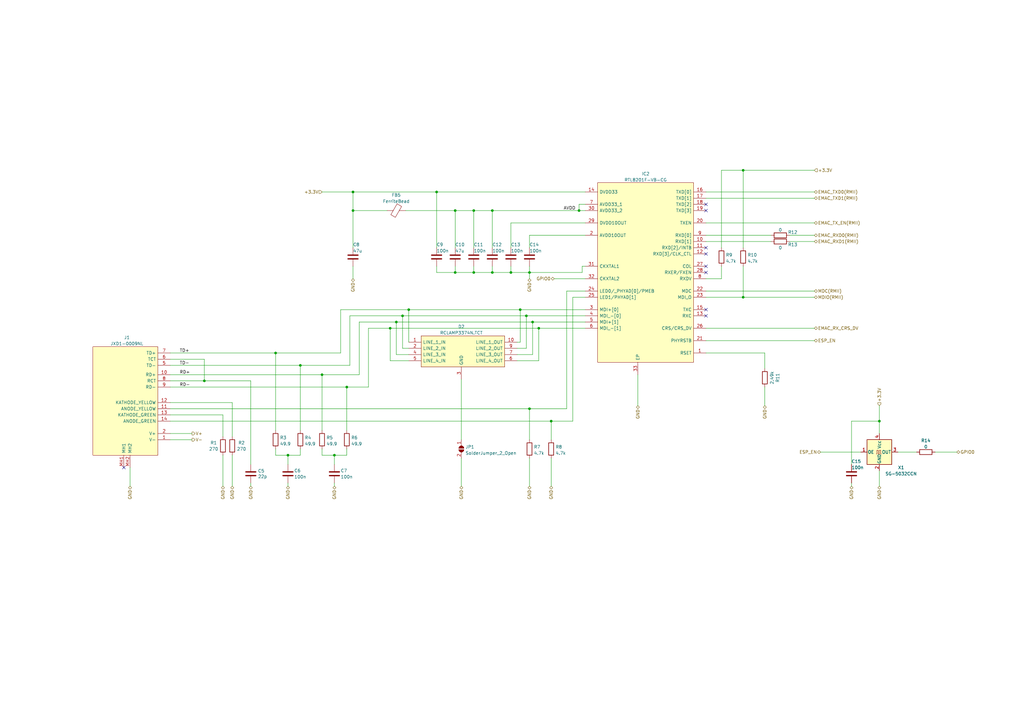
<source format=kicad_sch>
(kicad_sch (version 20230121) (generator eeschema)
  (paper "A3")
  (lib_symbols
    (symbol "Device:C" (pin_numbers hide) (pin_names (offset 0.254))
      (property "Reference" "C" (at 0.635 2.54 0))
      (property "Value" "C" (at 0.635 -2.54 0))
      (symbol "C_0_1"
        (polyline (pts (xy -2.032 -0.762) (xy 2.032 -0.762)) (stroke (width 0.508)))
        (polyline (pts (xy -2.032 0.762) (xy 2.032 0.762)) (stroke (width 0.508)))
      )
      (symbol "C_1_1"
        (pin passive line (at 0 3.81 270) (length 2.794) (name "~") (number "1"))
        (pin passive line (at 0 -3.81 90) (length 2.794) (name "~") (number "2"))
      )
    )
    (symbol "Device:FerriteBead" (pin_numbers hide) (pin_names (offset 0))
      (property "Reference" "FB" (at -3.81 0.635 90))
      (property "Value" "FerriteBead" (at 3.81 0 90))
      (symbol "FerriteBead_0_1"
        (polyline (pts (xy 0 -1.27) (xy 0 -1.2192)))
        (polyline (pts (xy 0 1.27) (xy 0 1.2954)))
        (polyline (pts (xy -2.7686 0.4064) (xy -1.7018 2.2606) (xy 2.7686 -0.3048) (xy 1.6764 -2.159) (xy -2.7686 0.4064)))
      )
      (symbol "FerriteBead_1_1"
        (pin passive line (at 0 3.81 270) (length 2.54) (name "~") (number "1"))
        (pin passive line (at 0 -3.81 90) (length 2.54) (name "~") (number "2"))
      )
    )
    (symbol "Device:R" (pin_numbers hide) (pin_names (offset 0))
      (property "Reference" "R" (at 2.032 0 90))
      (property "Value" "R" (at 0 0 90))
      (symbol "R_0_1"
        (rectangle (start -1.016 -2.54) (end 1.016 2.54) (stroke (width 0.254)))
      )
      (symbol "R_1_1"
        (pin passive line (at 0 3.81 270) (length 1.27) (name "~") (number "1"))
        (pin passive line (at 0 -3.81 90) (length 1.27) (name "~") (number "2"))
      )
    )
    (symbol "Jumper:SolderJumper_2_Open" (pin_names (offset 0) hide)
      (property "Reference" "JP" (at 0 2.032 0))
      (property "Value" "SolderJumper_2_Open" (at 0 -2.54 0))
      (symbol "SolderJumper_2_Open_0_1"
        (arc (start -0.254 1.016) (mid -1.2656 0) (end -0.254 -1.016))
        (arc (start -0.254 1.016) (mid -1.2656 0) (end -0.254 -1.016) (fill (type outline)))
        (polyline (pts (xy -0.254 1.016) (xy -0.254 -1.016)))
        (polyline (pts (xy 0.254 1.016) (xy 0.254 -1.016)))
        (arc (start 0.254 -1.016) (mid 1.2656 0) (end 0.254 1.016))
        (arc (start 0.254 -1.016) (mid 1.2656 0) (end 0.254 1.016) (fill (type outline)))
      )
      (symbol "SolderJumper_2_Open_1_1"
        (pin passive line (at -3.81 0 0) (length 2.54) (name "A") (number "1"))
        (pin passive line (at 3.81 0 180) (length 2.54) (name "B") (number "2"))
      )
    )
    (symbol "Oscillator:SG-5032CCN" (pin_names (offset 0.254))
      (property "Reference" "X" (at -5.08 6.35 0))
      (property "Value" "SG-5032CCN" (at 1.27 -6.35 0))
      (symbol "SG-5032CCN_0_1"
        (rectangle (start -5.08 5.08) (end 5.08 -5.08) (stroke (width 0.254)) (fill (type background)))
        (polyline (pts (xy -1.27 -0.762) (xy -1.016 -0.762) (xy -1.016 0.762) (xy -0.508 0.762) (xy -0.508 -0.762) (xy 0 -0.762) (xy 0 0.762) (xy 0.508 0.762) (xy 0.508 -0.762) (xy 0.762 -0.762)))
      )
      (symbol "SG-5032CCN_1_1"
        (pin input line (at -7.62 0 0) (length 2.54) (name "OE") (number "1"))
        (pin power_in line (at 0 -7.62 90) (length 2.54) (name "GND") (number "2"))
        (pin output line (at 7.62 0 180) (length 2.54) (name "OUT") (number "3"))
        (pin power_in line (at 0 7.62 270) (length 2.54) (name "Vcc") (number "4"))
      )
    )
    (symbol "general:JXD1-0009NL" (pin_names (offset 0.762))
      (property "Reference" "J" (at 0 26.67 0))
      (property "Value" "JXD1-0009NL" (at -6.35 24.13 0))
      (symbol "JXD1-0009NL_0_0"
        (pin passive line (at 17.78 -16.51 180) (length 5.08) (name "V-") (number "1"))
        (pin passive line (at 17.78 10.16 180) (length 5.08) (name "RD+") (number "10"))
        (pin passive line (at 17.78 -3.81 180) (length 5.08) (name "ANODE_YELLOW") (number "11"))
        (pin passive line (at 17.78 -1.27 180) (length 5.08) (name "KATHODE_YELLOW") (number "12"))
        (pin passive line (at 17.78 -6.35 180) (length 5.08) (name "KATHODE_GREEN") (number "13"))
        (pin passive line (at 17.78 -8.89 180) (length 5.08) (name "ANODE_GREEN") (number "14"))
        (pin passive line (at 17.78 -13.97 180) (length 5.08) (name "V+") (number "2"))
        (pin passive line (at 17.78 13.97 180) (length 5.08) (name "TD-") (number "5"))
        (pin passive line (at 17.78 16.51 180) (length 5.08) (name "TCT") (number "6"))
        (pin passive line (at 17.78 19.05 180) (length 5.08) (name "TD+") (number "7"))
        (pin passive line (at 17.78 7.62 180) (length 5.08) (name "RCT") (number "8"))
        (pin passive line (at 17.78 5.08 180) (length 5.08) (name "RD-") (number "9"))
        (pin passive line (at -1.27 -27.94 90) (length 5.08) (name "MH1") (number "MH1"))
        (pin passive line (at 1.27 -27.94 90) (length 5.08) (name "MH2") (number "MH2"))
      )
      (symbol "JXD1-0009NL_0_1"
        (polyline (pts (xy -13.97 21.59) (xy 12.7 21.59) (xy 12.7 -22.86) (xy -13.97 -22.86) (xy -13.97 21.59)) (stroke (width 0.1524)) (fill (type background)))
      )
    )
    (symbol "general:RCLAMP3374N.TCT" (pin_names (offset 0.762))
      (property "Reference" "D" (at -0.635 10.16 0))
      (property "Value" "RCLAMP3374N.TCT" (at -8.255 7.62 0))
      (symbol "RCLAMP3374N.TCT_0_0"
        (pin passive line (at -21.59 3.81 0) (length 5.08) (name "LINE_1_IN") (number "1"))
        (pin passive line (at 22.86 3.81 180) (length 5.08) (name "LINE_1_OUT") (number "10"))
        (pin no_connect line (at 1.905 -11.43 90) (length 5.08) hide (name "GND") (number "11"))
        (pin passive line (at 0 -11.43 90) (length 5.08) hide (name "GND") (number "12"))
        (pin no_connect line (at -1.905 -11.43 90) (length 5.08) hide (name "GND") (number "13"))
        (pin passive line (at -21.59 1.27 0) (length 5.08) (name "LINE_2_IN") (number "2"))
        (pin passive line (at 0 -11.43 90) (length 5.08) (name "GND") (number "3"))
        (pin passive line (at -21.59 -1.27 0) (length 5.08) (name "LINE_3_IN") (number "4"))
        (pin passive line (at -21.59 -3.81 0) (length 5.08) (name "LINE_4_IN") (number "5"))
        (pin passive line (at 22.86 -3.81 180) (length 5.08) (name "LINE_4_OUT") (number "6"))
        (pin passive line (at 22.86 -1.27 180) (length 5.08) (name "LINE_3_OUT") (number "7"))
        (pin passive line (at 0 -11.43 90) (length 5.08) hide (name "GND") (number "8"))
        (pin passive line (at 22.86 1.27 180) (length 5.08) (name "LINE_2_OUT") (number "9"))
      )
      (symbol "RCLAMP3374N.TCT_0_1"
        (polyline (pts (xy -16.51 6.35) (xy 17.78 6.35) (xy 17.78 -6.35) (xy -16.51 -6.35) (xy -16.51 6.35)) (stroke (width 0.1524)) (fill (type background)))
      )
    )
    (symbol "general:RTL8201F-VB-CG" (pin_names (offset 0.762))
      (property "Reference" "IC" (at 39.37 34.29 0))
      (property "Value" "RTL8201F-VB-CG" (at 39.37 31.75 0))
      (symbol "RTL8201F-VB-CG_0_0"
        (pin passive line (at 27.94 -34.29 180) (length 5.08) (name "RSET") (number "1"))
        (pin passive line (at 27.94 11.43 180) (length 5.08) (name "RXD[1]") (number "10"))
        (pin passive line (at 27.94 8.89 180) (length 5.08) (name "RXD[2]/INTB") (number "11"))
        (pin passive line (at 27.94 6.35 180) (length 5.08) (name "RXD[3]/CLK_CTL") (number "12"))
        (pin passive line (at 27.94 -19.05 180) (length 5.08) (name "RXC") (number "13"))
        (pin passive line (at -21.59 31.75 0) (length 5.08) (name "DVDD33") (number "14"))
        (pin passive line (at 27.94 -16.51 180) (length 5.08) (name "TXC") (number "15"))
        (pin passive line (at 27.94 31.75 180) (length 5.08) (name "TXD[0]") (number "16"))
        (pin passive line (at 27.94 29.21 180) (length 5.08) (name "TXD[1]") (number "17"))
        (pin passive line (at 27.94 26.67 180) (length 5.08) (name "TXD[2]") (number "18"))
        (pin passive line (at 27.94 24.13 180) (length 5.08) (name "TXD[3]") (number "19"))
        (pin passive line (at -21.59 13.97 0) (length 5.08) (name "AVDD10OUT") (number "2"))
        (pin passive line (at 27.94 19.05 180) (length 5.08) (name "TXEN") (number "20"))
        (pin passive line (at 27.94 -29.21 180) (length 5.08) (name "PHYRSTB") (number "21"))
        (pin passive line (at 27.94 -8.89 180) (length 5.08) (name "MDC") (number "22"))
        (pin passive line (at 27.94 -11.43 180) (length 5.08) (name "MDI_O") (number "23"))
        (pin passive line (at -21.59 -8.89 0) (length 5.08) (name "LED0/_PHYAD[0]/PMEB") (number "24"))
        (pin passive line (at -21.59 -11.43 0) (length 5.08) (name "LED1/PHYAD[1]") (number "25"))
        (pin passive line (at 27.94 -24.13 180) (length 5.08) (name "CRS/CRS_DV") (number "26"))
        (pin passive line (at 27.94 1.27 180) (length 5.08) (name "COL") (number "27"))
        (pin passive line (at 27.94 -1.27 180) (length 5.08) (name "RXER/FXEN") (number "28"))
        (pin passive line (at -21.59 19.05 0) (length 5.08) (name "DVDD10OUT") (number "29"))
        (pin passive line (at -21.59 -16.51 0) (length 5.08) (name "MDI+[0]") (number "3"))
        (pin passive line (at -21.59 24.13 0) (length 5.08) (name "AVDD33_2") (number "30"))
        (pin passive line (at -21.59 1.27 0) (length 5.08) (name "CKXTAL1") (number "31"))
        (pin passive line (at -21.59 -3.81 0) (length 5.08) (name "CKXTAL2") (number "32"))
        (pin passive line (at 0 -43.18 90) (length 5.08) (name "EP") (number "33"))
        (pin passive line (at -21.59 -19.05 0) (length 5.08) (name "MDI_-[0]") (number "4"))
        (pin passive line (at -21.59 -21.59 0) (length 5.08) (name "MDI+[1]") (number "5"))
        (pin passive line (at -21.59 -24.13 0) (length 5.08) (name "MDI_-[1]") (number "6"))
        (pin passive line (at -21.59 26.67 0) (length 5.08) (name "AVDD33_1") (number "7"))
        (pin passive line (at 27.94 -3.81 180) (length 5.08) (name "RXDV") (number "8"))
        (pin passive line (at 27.94 13.97 180) (length 5.08) (name "RXD[0]") (number "9"))
      )
      (symbol "RTL8201F-VB-CG_0_1"
        (polyline (pts (xy -16.51 35.56) (xy 22.86 35.56) (xy 22.86 -38.1) (xy -16.51 -38.1) (xy -16.51 35.56)) (stroke (width 0.1524)) (fill (type background)))
      )
    )
  )
  (junction (at 186.69 86.36))
  (junction (at 237.49 86.36))
  (junction (at 160.02 134.62))
  (junction (at 226.06 172.72))
  (junction (at 304.8 121.92))
  (junction (at 167.64 127))
  (junction (at 186.69 111.76))
  (junction (at 118.11 186.69))
  (junction (at 304.8 69.85))
  (junction (at 132.08 153.67))
  (junction (at 217.17 111.76))
  (junction (at 137.16 186.69))
  (junction (at 144.78 78.74))
  (junction (at 215.9 129.54))
  (junction (at 165.1 129.54))
  (junction (at 217.17 167.64))
  (junction (at 83.82 156.21))
  (junction (at 201.93 111.76))
  (junction (at 220.98 134.62))
  (junction (at 113.03 144.78))
  (junction (at 218.44 132.08))
  (junction (at 209.55 111.76))
  (junction (at 213.36 127))
  (junction (at 360.68 172.72))
  (junction (at 194.31 111.76))
  (junction (at 201.93 86.36))
  (junction (at 194.31 86.36))
  (junction (at 179.07 78.74))
  (junction (at 123.19 149.86))
  (junction (at 144.78 86.36))
  (junction (at 142.24 158.75))
  (junction (at 162.56 132.08))
  (no_connect (at 50.8 191.77))
  (no_connect (at 289.56 101.6))
  (no_connect (at 289.56 104.14))
  (no_connect (at 289.56 129.54))
  (no_connect (at 289.56 127))
  (no_connect (at 289.56 109.22))
  (no_connect (at 289.56 111.76))
  (no_connect (at 289.56 83.82))
  (no_connect (at 289.56 86.36))
  (wire (pts (xy 142.24 186.69) (xy 142.24 184.15)))
  (wire (pts (xy 217.17 167.64) (xy 232.41 167.64)))
  (wire (pts (xy 69.85 165.1) (xy 95.25 165.1)))
  (wire (pts (xy 194.31 111.76) (xy 201.93 111.76)))
  (wire (pts (xy 147.32 132.08) (xy 147.32 153.67)))
  (wire (pts (xy 226.06 187.96) (xy 226.06 199.39)))
  (wire (pts (xy 304.8 69.85) (xy 334.01 69.85)))
  (wire (pts (xy 132.08 186.69) (xy 137.16 186.69)))
  (wire (pts (xy 360.68 166.37) (xy 360.68 172.72)))
  (wire (pts (xy 217.17 187.96) (xy 217.17 199.39)))
  (wire (pts (xy 217.17 111.76) (xy 217.17 114.3)))
  (wire (pts (xy 165.1 142.875) (xy 165.1 129.54)))
  (wire (pts (xy 201.93 86.36) (xy 201.93 101.6)))
  (wire (pts (xy 69.85 149.86) (xy 123.19 149.86)))
  (wire (pts (xy 167.64 147.955) (xy 160.02 147.955)))
  (wire (pts (xy 189.23 187.96) (xy 189.23 199.39)))
  (wire (pts (xy 132.08 153.67) (xy 147.32 153.67)))
  (wire (pts (xy 232.41 119.38) (xy 232.41 167.64)))
  (wire (pts (xy 142.24 158.75) (xy 142.24 176.53)))
  (wire (pts (xy 304.8 109.22) (xy 304.8 121.92)))
  (wire (pts (xy 217.17 111.76) (xy 238.76 111.76)))
  (wire (pts (xy 238.76 111.76) (xy 238.76 109.22)))
  (wire (pts (xy 226.06 172.72) (xy 234.95 172.72)))
  (wire (pts (xy 220.98 147.955) (xy 220.98 134.62)))
  (wire (pts (xy 113.03 186.69) (xy 118.11 186.69)))
  (wire (pts (xy 289.56 134.62) (xy 334.01 134.62)))
  (wire (pts (xy 69.85 172.72) (xy 226.06 172.72)))
  (wire (pts (xy 69.85 158.75) (xy 142.24 158.75)))
  (wire (pts (xy 217.17 109.22) (xy 217.17 111.76)))
  (wire (pts (xy 167.64 145.415) (xy 162.56 145.415)))
  (wire (pts (xy 102.87 198.12) (xy 102.87 199.39)))
  (wire (pts (xy 118.11 198.12) (xy 118.11 199.39)))
  (wire (pts (xy 102.87 156.21) (xy 102.87 190.5)))
  (wire (pts (xy 349.25 172.72) (xy 349.25 190.5)))
  (wire (pts (xy 186.69 109.22) (xy 186.69 111.76)))
  (wire (pts (xy 194.31 109.22) (xy 194.31 111.76)))
  (wire (pts (xy 349.25 198.12) (xy 349.25 199.39)))
  (wire (pts (xy 240.03 91.44) (xy 209.55 91.44)))
  (wire (pts (xy 179.07 111.76) (xy 186.69 111.76)))
  (wire (pts (xy 201.93 109.22) (xy 201.93 111.76)))
  (wire (pts (xy 217.17 167.64) (xy 217.17 180.34)))
  (wire (pts (xy 142.24 158.75) (xy 151.13 158.75)))
  (wire (pts (xy 323.85 96.52) (xy 334.01 96.52)))
  (wire (pts (xy 69.85 167.64) (xy 217.17 167.64)))
  (wire (pts (xy 123.19 149.86) (xy 123.19 176.53)))
  (wire (pts (xy 209.55 111.76) (xy 217.17 111.76)))
  (wire (pts (xy 144.78 78.74) (xy 179.07 78.74)))
  (wire (pts (xy 69.85 147.32) (xy 83.82 147.32)))
  (wire (pts (xy 144.78 78.74) (xy 144.78 86.36)))
  (wire (pts (xy 360.68 177.8) (xy 360.68 172.72)))
  (wire (pts (xy 289.56 139.7) (xy 334.01 139.7)))
  (wire (pts (xy 78.74 180.34) (xy 69.85 180.34)))
  (wire (pts (xy 360.68 193.04) (xy 360.68 199.39)))
  (wire (pts (xy 137.16 186.69) (xy 137.16 190.5)))
  (wire (pts (xy 186.69 86.36) (xy 194.31 86.36)))
  (wire (pts (xy 201.93 111.76) (xy 209.55 111.76)))
  (wire (pts (xy 53.34 191.77) (xy 53.34 199.39)))
  (wire (pts (xy 189.23 155.575) (xy 189.23 180.34)))
  (wire (pts (xy 289.56 114.3) (xy 295.91 114.3)))
  (wire (pts (xy 132.08 78.74) (xy 144.78 78.74)))
  (wire (pts (xy 123.19 149.86) (xy 143.51 149.86)))
  (wire (pts (xy 147.32 132.08) (xy 162.56 132.08)))
  (wire (pts (xy 360.68 172.72) (xy 349.25 172.72)))
  (wire (pts (xy 213.36 127) (xy 240.03 127)))
  (wire (pts (xy 212.09 145.415) (xy 218.44 145.415)))
  (wire (pts (xy 209.55 91.44) (xy 209.55 101.6)))
  (wire (pts (xy 165.1 129.54) (xy 215.9 129.54)))
  (wire (pts (xy 179.07 78.74) (xy 240.03 78.74)))
  (wire (pts (xy 234.95 121.92) (xy 240.03 121.92)))
  (wire (pts (xy 186.69 111.76) (xy 194.31 111.76)))
  (wire (pts (xy 83.82 156.21) (xy 102.87 156.21)))
  (wire (pts (xy 113.03 184.15) (xy 113.03 186.69)))
  (wire (pts (xy 69.85 156.21) (xy 83.82 156.21)))
  (wire (pts (xy 232.41 119.38) (xy 240.03 119.38)))
  (wire (pts (xy 218.44 132.08) (xy 240.03 132.08)))
  (wire (pts (xy 215.9 142.875) (xy 215.9 129.54)))
  (wire (pts (xy 132.08 184.15) (xy 132.08 186.69)))
  (wire (pts (xy 144.78 109.22) (xy 144.78 114.3)))
  (wire (pts (xy 234.95 121.92) (xy 234.95 172.72)))
  (wire (pts (xy 166.37 86.36) (xy 186.69 86.36)))
  (wire (pts (xy 95.25 165.1) (xy 95.25 179.07)))
  (wire (pts (xy 240.03 83.82) (xy 237.49 83.82)))
  (wire (pts (xy 69.85 153.67) (xy 132.08 153.67)))
  (wire (pts (xy 160.02 147.955) (xy 160.02 134.62)))
  (wire (pts (xy 137.16 198.12) (xy 137.16 199.39)))
  (wire (pts (xy 217.17 96.52) (xy 240.03 96.52)))
  (wire (pts (xy 160.02 134.62) (xy 220.98 134.62)))
  (wire (pts (xy 144.78 86.36) (xy 158.75 86.36)))
  (wire (pts (xy 237.49 83.82) (xy 237.49 86.36)))
  (wire (pts (xy 304.8 121.92) (xy 334.01 121.92)))
  (wire (pts (xy 162.56 132.08) (xy 218.44 132.08)))
  (wire (pts (xy 295.91 69.85) (xy 304.8 69.85)))
  (wire (pts (xy 289.56 99.06) (xy 316.23 99.06)))
  (wire (pts (xy 137.16 186.69) (xy 142.24 186.69)))
  (wire (pts (xy 144.78 86.36) (xy 144.78 101.6)))
  (wire (pts (xy 123.19 186.69) (xy 123.19 184.15)))
  (wire (pts (xy 289.56 78.74) (xy 334.01 78.74)))
  (wire (pts (xy 215.9 129.54) (xy 240.03 129.54)))
  (wire (pts (xy 179.07 109.22) (xy 179.07 111.76)))
  (wire (pts (xy 118.11 186.69) (xy 118.11 190.5)))
  (wire (pts (xy 194.31 86.36) (xy 194.31 101.6)))
  (wire (pts (xy 368.3 185.42) (xy 375.92 185.42)))
  (wire (pts (xy 217.17 96.52) (xy 217.17 101.6)))
  (wire (pts (xy 151.13 158.75) (xy 151.13 134.62)))
  (wire (pts (xy 289.56 121.92) (xy 304.8 121.92)))
  (wire (pts (xy 132.08 153.67) (xy 132.08 176.53)))
  (wire (pts (xy 295.91 114.3) (xy 295.91 109.22)))
  (wire (pts (xy 295.91 101.6) (xy 295.91 69.85)))
  (wire (pts (xy 220.98 134.62) (xy 240.03 134.62)))
  (wire (pts (xy 289.56 91.44) (xy 334.01 91.44)))
  (wire (pts (xy 167.64 140.335) (xy 167.64 127)))
  (wire (pts (xy 213.36 140.335) (xy 213.36 127)))
  (wire (pts (xy 91.44 170.18) (xy 91.44 179.07)))
  (wire (pts (xy 383.54 185.42) (xy 392.43 185.42)))
  (wire (pts (xy 218.44 145.415) (xy 218.44 132.08)))
  (wire (pts (xy 139.7 127) (xy 139.7 144.78)))
  (wire (pts (xy 238.76 109.22) (xy 240.03 109.22)))
  (wire (pts (xy 201.93 86.36) (xy 237.49 86.36)))
  (wire (pts (xy 226.06 172.72) (xy 226.06 180.34)))
  (wire (pts (xy 186.69 86.36) (xy 186.69 101.6)))
  (wire (pts (xy 212.09 140.335) (xy 213.36 140.335)))
  (wire (pts (xy 261.62 153.67) (xy 261.62 166.37)))
  (wire (pts (xy 336.55 185.42) (xy 353.06 185.42)))
  (wire (pts (xy 139.7 127) (xy 167.64 127)))
  (wire (pts (xy 237.49 86.36) (xy 240.03 86.36)))
  (wire (pts (xy 151.13 134.62) (xy 160.02 134.62)))
  (wire (pts (xy 212.09 142.875) (xy 215.9 142.875)))
  (wire (pts (xy 227.33 114.3) (xy 240.03 114.3)))
  (wire (pts (xy 69.85 144.78) (xy 113.03 144.78)))
  (wire (pts (xy 313.69 158.75) (xy 313.69 166.37)))
  (wire (pts (xy 313.69 144.78) (xy 313.69 151.13)))
  (wire (pts (xy 304.8 101.6) (xy 304.8 69.85)))
  (wire (pts (xy 162.56 145.415) (xy 162.56 132.08)))
  (wire (pts (xy 323.85 99.06) (xy 334.01 99.06)))
  (wire (pts (xy 289.56 119.38) (xy 334.01 119.38)))
  (wire (pts (xy 91.44 170.18) (xy 69.85 170.18)))
  (wire (pts (xy 118.11 186.69) (xy 123.19 186.69)))
  (wire (pts (xy 209.55 109.22) (xy 209.55 111.76)))
  (wire (pts (xy 194.31 86.36) (xy 201.93 86.36)))
  (wire (pts (xy 179.07 101.6) (xy 179.07 78.74)))
  (wire (pts (xy 212.09 147.955) (xy 220.98 147.955)))
  (wire (pts (xy 143.51 129.54) (xy 165.1 129.54)))
  (wire (pts (xy 113.03 144.78) (xy 113.03 176.53)))
  (wire (pts (xy 69.85 177.8) (xy 78.74 177.8)))
  (wire (pts (xy 113.03 144.78) (xy 139.7 144.78)))
  (wire (pts (xy 95.25 186.69) (xy 95.25 199.39)))
  (wire (pts (xy 167.64 142.875) (xy 165.1 142.875)))
  (wire (pts (xy 289.56 81.28) (xy 334.01 81.28)))
  (wire (pts (xy 83.82 156.21) (xy 83.82 147.32)))
  (wire (pts (xy 143.51 129.54) (xy 143.51 149.86)))
  (wire (pts (xy 289.56 96.52) (xy 316.23 96.52)))
  (wire (pts (xy 167.64 127) (xy 213.36 127)))
  (wire (pts (xy 289.56 144.78) (xy 313.69 144.78)))
  (wire (pts (xy 91.44 186.69) (xy 91.44 199.39)))
  (label "RD+" (at 73.66 153.67 0))
  (label "TD-" (at 73.66 149.86 0))
  (label "AVDD" (at 231.14 86.36 0))
  (label "TD+" (at 73.66 144.78 0))
  (label "RD-" (at 73.66 158.75 0))
  (hierarchical_label "EMAC_RXD1(RMII)" (shape bidirectional) (at 334.01 99.06 0))
  (hierarchical_label "EMAC_RX_CRS_DV" (shape bidirectional) (at 334.01 134.62 0))
  (hierarchical_label "EMAC_TXD0(RMII)" (shape bidirectional) (at 334.01 78.74 0))
  (hierarchical_label "GND" (shape bidirectional) (at 217.17 199.39 270))
  (hierarchical_label "GND" (shape bidirectional) (at 261.62 166.37 270))
  (hierarchical_label "EMAC_TXD1(RMII)" (shape bidirectional) (at 334.01 81.28 0))
  (hierarchical_label "EMAC_TX_EN(RMII)" (shape bidirectional) (at 334.01 91.44 0))
  (hierarchical_label "ESP_EN" (shape bidirectional) (at 334.01 139.7 0))
  (hierarchical_label "GND" (shape bidirectional) (at 144.78 114.3 270))
  (hierarchical_label "GND" (shape bidirectional) (at 95.25 199.39 270))
  (hierarchical_label "V-" (shape output) (at 78.74 180.34 0))
  (hierarchical_label "EMAC_RXD0(RMII)" (shape bidirectional) (at 334.01 96.52 0))
  (hierarchical_label "V+" (shape output) (at 78.74 177.8 0))
  (hierarchical_label "GND" (shape bidirectional) (at 349.25 199.39 270))
  (hierarchical_label "GPIO0" (shape bidirectional) (at 392.43 185.42 0))
  (hierarchical_label "GND" (shape bidirectional) (at 189.23 199.39 270))
  (hierarchical_label "MDC(RMII)" (shape bidirectional) (at 334.01 119.38 0))
  (hierarchical_label "GND" (shape bidirectional) (at 226.06 199.39 270))
  (hierarchical_label "GND" (shape bidirectional) (at 360.68 199.39 270))
  (hierarchical_label "+3.3V" (shape input) (at 360.68 166.37 90))
  (hierarchical_label "GND" (shape bidirectional) (at 217.17 114.3 270))
  (hierarchical_label "GND" (shape bidirectional) (at 102.87 199.39 270))
  (hierarchical_label "GND" (shape bidirectional) (at 313.69 166.37 270))
  (hierarchical_label "MDIO(RMII)" (shape bidirectional) (at 334.01 121.92 0))
  (hierarchical_label "ESP_EN" (shape bidirectional) (at 336.55 185.42 180))
  (hierarchical_label "GND" (shape bidirectional) (at 53.34 199.39 270))
  (hierarchical_label "+3.3V" (shape input) (at 132.08 78.74 180))
  (hierarchical_label "GND" (shape bidirectional) (at 91.44 199.39 270))
  (hierarchical_label "GPIO0" (shape bidirectional) (at 227.33 114.3 180))
  (hierarchical_label "GND" (shape bidirectional) (at 118.11 199.39 270))
  (hierarchical_label "GND" (shape bidirectional) (at 137.16 199.39 270))
  (hierarchical_label "+3.3V" (shape input) (at 334.01 69.85 0))
  (symbol (lib_id "Device:R") (at 95.25 182.88 180) (unit 1)
    (property "Reference" "R2" (at 99.06 181.61 0))
    (property "Value" "270" (at 99.06 184.15 0))
    (property "Footprint" "Resistor_SMD:R_0603_1608Metric" (effects hide))
    (property "jlc" "C22966" (effects hide))
    (property "Manufacturer_Part_Number" "0603WAF2700T5E" (effects hide))
  )
  (symbol (lib_id "Device:R") (at 91.44 182.88 180) (unit 1)
    (property "Reference" "R1" (at 87.63 181.61 0))
    (property "Value" "270" (at 87.63 184.15 0))
    (property "Footprint" "Resistor_SMD:R_0603_1608Metric" (effects hide))
    (property "jlc" "C22966" (effects hide))
    (property "Manufacturer_Part_Number" "0603WAF2700T5E" (effects hide))
  )
  (symbol (lib_id "Device:R") (at 313.69 154.94 180) (unit 1)
    (property "Reference" "R11" (at 318.9478 154.94 90))
    (property "Value" "2.49k" (at 316.6364 154.94 90))
    (property "Footprint" "Resistor_SMD:R_0603_1608Metric" (effects hide))
    (property "jlc" "C22908" (effects hide))
    (property "Manufacturer_Part_Number" "0603WAF2491T5E" (effects hide))
  )
  (symbol (lib_id "Device:C") (at 102.87 194.31 0) (unit 1)
    (property "Reference" "C5" (at 105.791 193.1416 0) (effects (justify left)))
    (property "Value" "22p" (at 105.791 195.453 0) (effects (justify left)))
    (property "Footprint" "Capacitor_SMD:C_0603_1608Metric" (effects hide))
    (property "jlc" "C1653" (effects hide))
    (property "Manufacturer_Part_Number" "CL10C220JB8NNNC" (effects hide))
  )
  (symbol (lib_id "Device:R") (at 142.24 180.34 0) (unit 1)
    (property "Reference" "R6" (at 144.018 179.5053 0) (effects (justify left)))
    (property "Value" "49.9" (at 144.018 182.0422 0) (effects (justify left)))
    (property "Footprint" "Resistor_SMD:R_0603_1608Metric" (effects hide))
    (property "Manufacturer_Part_Number" "0603WAF499JT5E" (effects hide))
    (property "jlc" "C23185" (effects hide))
  )
  (symbol (lib_id "general:RCLAMP3374N.TCT") (at 189.23 144.145 0) (unit 1)
    (property "Reference" "D2" (at 189.23 133.985 0))
    (property "Value" "RCLAMP3374N.TCT" (at 189.23 136.525 0))
    (property "Footprint" "RCLAMP3374NTCT" (effects hide))
    (property "Datasheet" "https://datasheet.datasheetarchive.com/originals/distributors/Datasheets-DGA26/1843949.pdf" (effects hide))
    (property "Description" "ESD Suppressors / TVS Diodes RCLAMP3374N" (effects hide))
    (property "Height" "0.65" (effects hide))
    (property "Manufacturer_Name" "SEMTECH" (effects hide))
    (property "Manufacturer_Part_Number" "TPRCLAMP3374N" (effects hide))
    (property "Mouser Part Number" "947-RCLAMP3374N.TCT" (effects hide))
    (property "Mouser Price/Stock" "https://www.mouser.co.uk/ProductDetail/Semtech/RCLAMP3374NTCT?qs=rBWM4%252BvDhId22Qnew5A%2FXw%3D%3D" (effects hide))
    (property "Arrow Part Number" "RCLAMP3374N.TCT" (effects hide))
    (property "Arrow Price/Stock" "https://www.arrow.com/en/products/rclamp3374n.tct/semtech" (effects hide))
    (property "jlc" "C2901308" (effects hide))
  )
  (symbol (lib_id "Device:R") (at 132.08 180.34 0) (unit 1)
    (property "Reference" "R5" (at 133.858 179.5053 0) (effects (justify left)))
    (property "Value" "49.9" (at 133.858 182.0422 0) (effects (justify left)))
    (property "Footprint" "Resistor_SMD:R_0603_1608Metric" (effects hide))
    (property "Manufacturer_Part_Number" "0603WAF499JT5E" (effects hide))
    (property "jlc" "C23185" (effects hide))
  )
  (symbol (lib_id "Device:R") (at 304.8 105.41 0) (unit 1)
    (property "Reference" "R10" (at 306.578 104.5753 0) (effects (justify left)))
    (property "Value" "4.7k" (at 306.578 107.1122 0) (effects (justify left)))
    (property "Footprint" "Resistor_SMD:R_0603_1608Metric" (effects hide))
    (property "Manufacturer_Part_Number" "0603WAF4701T5E" (effects hide))
    (property "jlc" "C23162" (effects hide))
  )
  (symbol (lib_id "Device:C") (at 144.78 105.41 0) (unit 1)
    (property "Reference" "C8" (at 144.78 100.33 0) (effects (justify left)))
    (property "Value" "47u" (at 144.78 102.87 0) (effects (justify left)))
    (property "Footprint" "Capacitor_SMD:C_0603_1608Metric" (effects hide))
    (property "jlc" "C730416" (effects hide))
    (property "Manufacturer_Part_Number" "CL10A476MQ8QRNC" (effects hide))
  )
  (symbol (lib_id "Device:C") (at 217.17 105.41 0) (unit 1)
    (property "Reference" "C14" (at 217.17 100.33 0) (effects (justify left)))
    (property "Value" "100n" (at 217.17 102.87 0) (effects (justify left)))
    (property "Footprint" "Capacitor_SMD:C_0603_1608Metric" (effects hide))
    (property "jlc" "C14663" (effects hide))
    (property "Manufacturer_Part_Number" "CC0603KRX7R9BB104" (effects hide))
  )
  (symbol (lib_id "Device:R") (at 217.17 184.15 0) (unit 1)
    (property "Reference" "R7" (at 218.948 183.3153 0) (effects (justify left)))
    (property "Value" "4.7k" (at 218.948 185.8522 0) (effects (justify left)))
    (property "Footprint" "Resistor_SMD:R_0603_1608Metric" (effects hide))
    (property "Manufacturer_Part_Number" "0603WAF4701T5E" (effects hide))
    (property "jlc" "C23162" (effects hide))
  )
  (symbol (lib_id "general:RTL8201F-VB-CG") (at 261.62 110.49 0) (unit 1)
    (property "Reference" "IC2" (at 264.795 71.281 0))
    (property "Value" "RTL8201F-VB-CG" (at 264.795 73.8179 0))
    (property "Footprint" "Package_DFN_QFN:QFN-32-1EP_5x5mm_P0.5mm_EP3.6x3.6mm_ThermalVias" (effects hide))
    (property "Datasheet" "https://pdf1.alldatasheet.com/datasheet-pdf/view/1132250/REALTEK/RTL8201F-VB-CG.html" (effects hide))
    (property "Description" "RTL8201F Series 3.63 V Single Chip/Port 10/100 M Ethernet Phyceiver w/ auto MDIX" (effects hide))
    (property "Height" "1" (effects hide))
    (property "Manufacturer_Name" "Realtek" (effects hide))
    (property "Manufacturer_Part_Number" "RTL8201F-VB-CG" (effects hide))
    (property "jlc" "C45044" (effects hide))
  )
  (symbol (lib_id "Device:R") (at 379.73 185.42 90) (unit 1)
    (property "Reference" "R14" (at 379.73 180.7042 90))
    (property "Value" "0" (at 379.73 183.2411 90))
    (property "Footprint" "Resistor_SMD:R_0603_1608Metric" (effects hide))
    (property "Manufacturer_Part_Number" "0603WAF0000T5E" (effects hide))
    (property "jlc" "C21189" (effects hide))
  )
  (symbol (lib_id "Device:C") (at 194.31 105.41 0) (unit 1)
    (property "Reference" "C11" (at 194.31 100.33 0) (effects (justify left)))
    (property "Value" "100n" (at 194.31 102.87 0) (effects (justify left)))
    (property "Footprint" "Capacitor_SMD:C_0603_1608Metric" (effects hide))
    (property "jlc" "C14663" (effects hide))
    (property "Manufacturer_Part_Number" "CC0603KRX7R9BB104" (effects hide))
  )
  (symbol (lib_id "Device:R") (at 320.04 96.52 90) (unit 1)
    (property "Reference" "R12" (at 325.12 95.25 90))
    (property "Value" "0" (at 320.04 94.3411 90))
    (property "Footprint" "Resistor_SMD:R_0603_1608Metric" (effects hide))
    (property "Manufacturer_Part_Number" "0603WAF0000T5E" (effects hide))
    (property "jlc" "C21189" (effects hide))
  )
  (symbol (lib_id "Device:C") (at 137.16 194.31 0) (unit 1)
    (property "Reference" "C7" (at 139.7 193.04 0) (effects (justify left)))
    (property "Value" "100n" (at 139.7 195.58 0) (effects (justify left)))
    (property "Footprint" "Capacitor_SMD:C_0603_1608Metric" (effects hide))
    (property "jlc" "C14663" (effects hide))
    (property "Manufacturer_Part_Number" "CC0603KRX7R9BB104" (effects hide))
  )
  (symbol (lib_id "Device:C") (at 179.07 105.41 0) (unit 1)
    (property "Reference" "C9" (at 179.07 100.33 0) (effects (justify left)))
    (property "Value" "100n" (at 179.07 102.87 0) (effects (justify left)))
    (property "Footprint" "Capacitor_SMD:C_0603_1608Metric" (effects hide))
    (property "jlc" "C14663" (effects hide))
    (property "Manufacturer_Part_Number" "CC0603KRX7R9BB104" (effects hide))
  )
  (symbol (lib_id "Device:C") (at 186.69 105.41 0) (unit 1)
    (property "Reference" "C10" (at 186.69 100.33 0) (effects (justify left)))
    (property "Value" "47u" (at 186.69 102.87 0) (effects (justify left)))
    (property "Footprint" "Capacitor_SMD:C_0603_1608Metric" (effects hide))
    (property "jlc" "C730416" (effects hide))
    (property "Manufacturer_Part_Number" "CL10A476MQ8QRNC" (effects hide))
  )
  (symbol (lib_id "Device:C") (at 201.93 105.41 0) (unit 1)
    (property "Reference" "C12" (at 201.93 100.33 0) (effects (justify left)))
    (property "Value" "100n" (at 201.93 102.87 0) (effects (justify left)))
    (property "Footprint" "Capacitor_SMD:C_0603_1608Metric" (effects hide))
    (property "jlc" "C14663" (effects hide))
    (property "Manufacturer_Part_Number" "CC0603KRX7R9BB104" (effects hide))
  )
  (symbol (lib_id "Device:R") (at 226.06 184.15 0) (unit 1)
    (property "Reference" "R8" (at 227.838 183.3153 0) (effects (justify left)))
    (property "Value" "4.7k" (at 227.838 185.8522 0) (effects (justify left)))
    (property "Footprint" "Resistor_SMD:R_0603_1608Metric" (effects hide))
    (property "Manufacturer_Part_Number" "0603WAF4701T5E" (effects hide))
    (property "jlc" "C23162" (effects hide))
  )
  (symbol (lib_id "Device:C") (at 209.55 105.41 0) (unit 1)
    (property "Reference" "C13" (at 209.55 100.33 0) (effects (justify left)))
    (property "Value" "100n" (at 209.55 102.87 0) (effects (justify left)))
    (property "Footprint" "Capacitor_SMD:C_0603_1608Metric" (effects hide))
    (property "jlc" "C14663" (effects hide))
    (property "Manufacturer_Part_Number" "CC0603KRX7R9BB104" (effects hide))
  )
  (symbol (lib_id "Device:R") (at 320.04 99.06 90) (unit 1)
    (property "Reference" "R13" (at 325.12 100.33 90))
    (property "Value" "0" (at 320.04 101.6 90))
    (property "Footprint" "Resistor_SMD:R_0603_1608Metric" (effects hide))
    (property "Manufacturer_Part_Number" "0603WAF0000T5E" (effects hide))
    (property "jlc" "C21189" (effects hide))
  )
  (symbol (lib_id "Device:R") (at 123.19 180.34 0) (unit 1)
    (property "Reference" "R4" (at 124.968 179.5053 0) (effects (justify left)))
    (property "Value" "49.9" (at 124.968 182.0422 0) (effects (justify left)))
    (property "Footprint" "Resistor_SMD:R_0603_1608Metric" (effects hide))
    (property "Manufacturer_Part_Number" "0603WAF499JT5E" (effects hide))
    (property "jlc" "C23185" (effects hide))
  )
  (symbol (lib_id "general:JXD1-0009NL") (at 52.07 163.83 0) (unit 1)
    (property "Reference" "J1" (at 52.07 138.4331 0))
    (property "Value" "JXD1-0009NL" (at 52.07 140.97 0))
    (property "Footprint" "general:JXD10009NL" (effects hide))
    (property "Datasheet" "https://datasheet.datasheetarchive.com/originals/dk/DKDS-10/182209.pdf" (effects hide))
    (property "Description" "Modular Connectors / Ethernet Connectors 100BaseTX 1x1 Tab Up Grn/Ylw LEDs PoE" (effects hide))
    (property "Height" "14.05" (effects hide))
    (property "Manufacturer_Name" "Pulse" (effects hide))
    (property "Manufacturer_Part_Number" "JXD1-0009NL" (effects hide))
    (property "Mouser Part Number" "673-JXD1-0009NL" (effects hide))
    (property "Arrow Part Number" "JXD1-0009NL" (effects hide))
  )
  (symbol (lib_id "Device:FerriteBead") (at 162.56 86.36 90) (unit 1)
    (property "Reference" "FB5" (at 162.5092 80.0186 90))
    (property "Value" "FerriteBead" (at 162.5092 82.5555 90))
    (property "Footprint" "Inductor_SMD:L_0805_2012Metric" (effects hide))
    (property "jlc" "C98308" (effects hide))
    (property "Manufacturer_Part_Number" "UPZ2012E601-2R0TF" (effects hide))
  )
  (symbol (lib_id "Device:C") (at 118.11 194.31 0) (unit 1)
    (property "Reference" "C6" (at 120.65 193.04 0) (effects (justify left)))
    (property "Value" "100n" (at 120.65 195.58 0) (effects (justify left)))
    (property "Footprint" "Capacitor_SMD:C_0603_1608Metric" (effects hide))
    (property "jlc" "C14663" (effects hide))
    (property "Manufacturer_Part_Number" "CC0603KRX7R9BB104" (effects hide))
  )
  (symbol (lib_id "Jumper:SolderJumper_2_Open") (at 189.23 184.15 270) (unit 1)
    (property "Reference" "JP1" (at 190.881 183.3153 90) (effects (justify left)))
    (property "Value" "SolderJumper_2_Open" (at 190.881 185.8522 90) (effects (justify left)))
    (property "Footprint" "Jumper:SolderJumper-2_P1.3mm_Open_RoundedPad1.0x1.5mm" (effects hide))
  )
  (symbol (lib_id "Device:C") (at 349.25 194.31 0) (unit 1)
    (property "Reference" "C15" (at 349.25 189.23 0) (effects (justify left)))
    (property "Value" "100n" (at 349.25 191.77 0) (effects (justify left)))
    (property "Footprint" "Capacitor_SMD:C_0603_1608Metric" (effects hide))
    (property "jlc" "C14663" (effects hide))
    (property "Manufacturer_Part_Number" "CC0603KRX7R9BB104" (effects hide))
  )
  (symbol (lib_id "Device:R") (at 113.03 180.34 0) (unit 1)
    (property "Reference" "R3" (at 114.808 179.5053 0) (effects (justify left)))
    (property "Value" "49.9" (at 114.808 182.0422 0) (effects (justify left)))
    (property "Footprint" "Resistor_SMD:R_0603_1608Metric" (effects hide))
    (property "Manufacturer_Part_Number" "0603WAF499JT5E" (effects hide))
    (property "jlc" "C23185" (effects hide))
  )
  (symbol (lib_id "Oscillator:SG-5032CCN") (at 360.68 185.42 0) (unit 1)
    (property "Reference" "X1" (at 369.57 191.7731 0))
    (property "Value" "SG-5032CCN" (at 369.57 194.31 0))
    (property "Footprint" "Oscillator:Oscillator_SMD_SeikoEpson_SG8002LB-4Pin_5.0x3.2mm" (effects hide))
    (property "Datasheet" "https://support.epson.biz/td/api/doc_check.php?dl=brief_SG5032CCN&lang=en" (effects hide))
    (property "Manufacturer_Part_Number" "S5D50.000000B20F30T" (effects hide))
    (property "jlc" "C387308" (effects hide))
  )
  (symbol (lib_id "Device:R") (at 295.91 105.41 0) (unit 1)
    (property "Reference" "R9" (at 297.688 104.5753 0) (effects (justify left)))
    (property "Value" "4.7k" (at 297.688 107.1122 0) (effects (justify left)))
    (property "Footprint" "Resistor_SMD:R_0603_1608Metric" (effects hide))
    (property "Manufacturer_Part_Number" "0603WAF4701T5E" (effects hide))
    (property "jlc" "C23162" (effects hide))
  )
)
</source>
